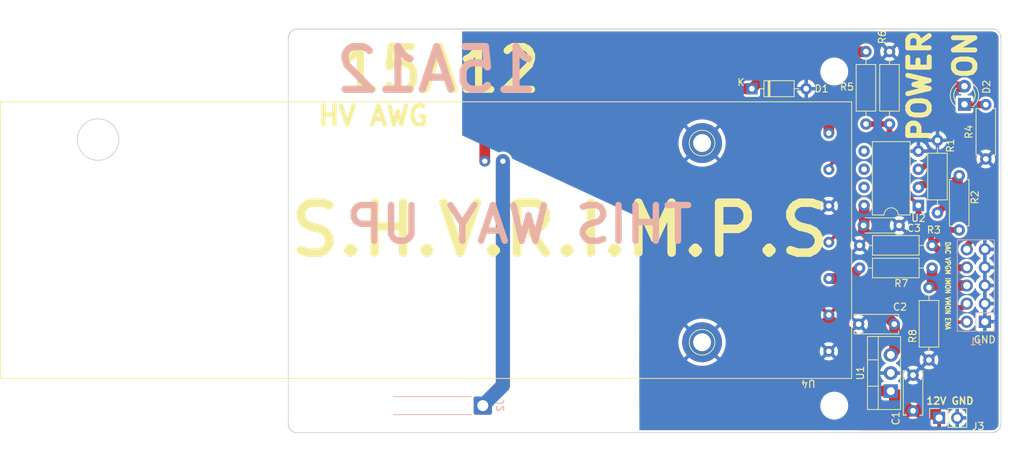
<source format=kicad_pcb>
(kicad_pcb (version 20211014) (generator pcbnew)
  (layers (0 "F.Cu" signal) (31 "B.Cu" signal) (34 "B.Paste" user) (35 "F.Paste" user) (36 "B.SilkS" user "B.Silkscreen") (37 "F.SilkS" user "F.Silkscreen") (38 "B.Mask" user) (39 "F.Mask" user) (44 "Edge.Cuts" user))
  (net 0 "")
  (net 1 "+12V")
  (net 2 "+5V")
  (net 3 "Net-(D2-Pad1)")
  (net 4 "Net-(D2-Pad2)")
  (net 5 "VPGM")
  (net 6 "Net-(R1-Pad1)")
  (net 7 "DAC_SIG")
  (net 8 "VMON")
  (net 9 "IMON")
  (net 11 "VMON_3V3")
  (net 12 "IMON_3V3")
  (net 15 "Net-(J2-Pad1)")
  (net 16 "ENABLE")
  (net 17 "SGND")
  (footprint "Resistor_THT:R_Axial_DIN0207_L6.3mm_D2.5mm_P10.16mm_Horizontal" (layer "F.Cu") (at 181.483 49.149 90)
    (fp_text reference "R1" (at 9.4234 1.8034 90) (layer "F.SilkS"))
    (fp_text value "10k")
    (fp_line (start 1.81 1.37) (end 8.35 1.37) (layer "F.SilkS") (width 0.12))
    (fp_line (start 8.35 -1.37) (end 1.81 -1.37) (layer "F.SilkS") (width 0.12))
    (fp_line (start 9.12 0) (end 8.35 0) (layer "F.SilkS") (width 0.12))
    (fp_line (start 1.04 0) (end 1.81 0) (layer "F.SilkS") (width 0.12))
    (fp_line (start 8.35 1.37) (end 8.35 -1.37) (layer "F.SilkS") (width 0.12))
    (fp_line (start 1.81 -1.37) (end 1.81 1.37) (layer "F.SilkS") (width 0.12))
    (pad "1" thru_hole circle (at 0 0 90) (size 1.6 1.6) (drill 0.8) (layers *.Cu *.Mask) (net 6 "Net-(R1-Pad1)"))
    (pad "2" thru_hole oval (at 10.16 0 90) (size 1.6 1.6) (drill 0.8) (layers *.Cu *.Mask) (net 17 "SGND"))
  )
  (footprint "MountingHole:MountingHole_3.2mm_M3" (layer "F.Cu") (at 167.005 76.2 180)
    (fp_text reference " " (at 0 -4.2 180) (layer "F.SilkS"))
    (fp_text value "MountingHole_3.2mm_M3")
    (pad "" np_thru_hole circle (at 0 0 180) (size 3.2 3.2) (drill 3.2) (layers *.Cu *.Mask))
  )
  (footprint "Diode_THT:D_DO-35_SOD27_P7.62mm_Horizontal" (layer "F.Cu") (at 155.448 31.75)
    (fp_text reference "D1" (at 9.779 0) (layer "F.SilkS"))
    (fp_text value "TZX3V6A-TR")
    (fp_text user "K" (at -1.524 -0.889) (layer "F.SilkS"))
    (fp_line (start 1.04 0) (end 1.69 0) (layer "F.SilkS") (width 0.12))
    (fp_line (start 2.41 -1.12) (end 2.41 1.12) (layer "F.SilkS") (width 0.12))
    (fp_line (start 2.53 -1.12) (end 2.53 1.12) (layer "F.SilkS") (width 0.12))
    (fp_line (start 5.93 -1.12) (end 1.69 -1.12) (layer "F.SilkS") (width 0.12))
    (fp_line (start 1.69 -1.12) (end 1.69 1.12) (layer "F.SilkS") (width 0.12))
    (fp_line (start 6.58 0) (end 5.93 0) (layer "F.SilkS") (width 0.12))
    (fp_line (start 1.69 1.12) (end 5.93 1.12) (layer "F.SilkS") (width 0.12))
    (fp_line (start 5.93 1.12) (end 5.93 -1.12) (layer "F.SilkS") (width 0.12))
    (fp_line (start 2.29 -1.12) (end 2.29 1.12) (layer "F.SilkS") (width 0.12))
    (pad "1" thru_hole rect (at 0 0) (size 1.6 1.6) (drill 0.8) (layers *.Cu *.Mask) (net 8 "VMON"))
    (pad "2" thru_hole oval (at 7.62 0) (size 1.6 1.6) (drill 0.8) (layers *.Cu *.Mask) (net 17 "SGND"))
  )
  (footprint "Capacitor_THT:C_Disc_D6.0mm_W2.5mm_P5.00mm" (layer "F.Cu") (at 178.054 76.922 90)
    (fp_text reference "C1" (at -1.056 -2.413 90) (layer "F.SilkS"))
    (fp_text value "0.1uF")
    (fp_line (start 5.62 -1.37) (end 5.62 -0.925) (layer "F.SilkS") (width 0.12))
    (fp_line (start -0.62 0.925) (end -0.62 1.37) (layer "F.SilkS") (width 0.12))
    (fp_line (start -0.62 -1.37) (end 5.62 -1.37) (layer "F.SilkS") (width 0.12))
    (fp_line (start 5.62 0.925) (end 5.62 1.37) (layer "F.SilkS") (width 0.12))
    (fp_line (start -0.62 -1.37) (end -0.62 -0.925) (layer "F.SilkS") (width 0.12))
    (fp_line (start -0.62 1.37) (end 5.62 1.37) (layer "F.SilkS") (width 0.12))
    (pad "1" thru_hole circle (at 0 0 90) (size 1.6 1.6) (drill 0.8) (layers *.Cu *.Mask) (net 1 "+12V"))
    (pad "2" thru_hole circle (at 5 0 90) (size 1.6 1.6) (drill 0.8) (layers *.Cu *.Mask) (net 17 "SGND"))
  )
  (footprint "Resistor_THT:R_Axial_DIN0207_L6.3mm_D2.5mm_P10.16mm_Horizontal" (layer "F.Cu") (at 180.721 56.896 180)
    (fp_text reference "R7" (at 4.318 -2.159) (layer "F.SilkS"))
    (fp_text value "2K")
    (fp_line (start 1.81 -1.37) (end 1.81 1.37) (layer "F.SilkS") (width 0.12))
    (fp_line (start 1.81 1.37) (end 8.35 1.37) (layer "F.SilkS") (width 0.12))
    (fp_line (start 1.04 0) (end 1.81 0) (layer "F.SilkS") (width 0.12))
    (fp_line (start 9.12 0) (end 8.35 0) (layer "F.SilkS") (width 0.12))
    (fp_line (start 8.35 -1.37) (end 1.81 -1.37) (layer "F.SilkS") (width 0.12))
    (fp_line (start 8.35 1.37) (end 8.35 -1.37) (layer "F.SilkS") (width 0.12))
    (pad "1" thru_hole circle (at 0 0 180) (size 1.6 1.6) (drill 0.8) (layers *.Cu *.Mask) (net 12 "IMON_3V3"))
    (pad "2" thru_hole oval (at 10.16 0 180) (size 1.6 1.6) (drill 0.8) (layers *.Cu *.Mask) (net 9 "IMON"))
  )
  (footprint "MountingHole:MountingHole_3.2mm_M3" (layer "F.Cu") (at 94 76.2 180)
    (fp_text reference " " (at 0 -4.2 180) (layer "F.SilkS"))
    (fp_text value "MountingHole_3.2mm_M3")
    (pad "" np_thru_hole circle (at 0 0 180) (size 3.2 3.2) (drill 3.2) (layers *.Cu *.Mask))
  )
  (footprint "Resistor_THT:R_Axial_DIN0207_L6.3mm_D2.5mm_P10.16mm_Horizontal" (layer "F.Cu") (at 171.45 36.703 90)
    (fp_text reference "R5" (at 5.207 -2.667 180) (layer "F.SilkS"))
    (fp_text value "2K")
    (fp_line (start 9.12 0) (end 8.35 0) (layer "F.SilkS") (width 0.12))
    (fp_line (start 1.04 0) (end 1.81 0) (layer "F.SilkS") (width 0.12))
    (fp_line (start 8.35 -1.37) (end 1.81 -1.37) (layer "F.SilkS") (width 0.12))
    (fp_line (start 1.81 1.37) (end 8.35 1.37) (layer "F.SilkS") (width 0.12))
    (fp_line (start 1.81 -1.37) (end 1.81 1.37) (layer "F.SilkS") (width 0.12))
    (fp_line (start 8.35 1.37) (end 8.35 -1.37) (layer "F.SilkS") (width 0.12))
    (pad "1" thru_hole circle (at 0 0 90) (size 1.6 1.6) (drill 0.8) (layers *.Cu *.Mask) (net 11 "VMON_3V3"))
    (pad "2" thru_hole oval (at 10.16 0 90) (size 1.6 1.6) (drill 0.8) (layers *.Cu *.Mask) (net 8 "VMON"))
  )
  (footprint "MountingHole:MountingHole_3.2mm_M3_DIN965_Pad" (layer "F.Cu") (at 148.463 67.31)
    (fp_text reference " " (at 0 -3.8) (layer "F.SilkS"))
    (fp_text value "MountingHole_3.2mm_M3_DIN965_Pad")
    (pad "1" thru_hole circle (at 0 0) (size 5.6 5.6) (drill 2.5) (layers *.Cu *.Mask) (net 17 "SGND"))
  )
  (footprint "MountingHole:MountingHole_3.2mm_M3" (layer "F.Cu") (at 167.005 29.337 180)
    (fp_text reference " " (at 0 -4.2 180) (layer "F.SilkS"))
    (fp_text value "MountingHole_3.2mm_M3")
    (pad "" np_thru_hole circle (at 0 0 180) (size 3.2 3.2) (drill 3.2) (layers *.Cu *.Mask))
  )
  (footprint "Resistor_THT:R_Axial_DIN0207_L6.3mm_D2.5mm_P7.62mm_Horizontal" (layer "F.Cu") (at 188.2648 41.6052 90)
    (fp_text reference "R4" (at 3.81 -2.37 90) (layer "F.SilkS"))
    (fp_text value "1K")
    (fp_line (start 0.54 1.37) (end 7.08 1.37) (layer "F.SilkS") (width 0.12))
    (fp_line (start 0.54 -1.04) (end 0.54 -1.37) (layer "F.SilkS") (width 0.12))
    (fp_line (start 7.08 -1.37) (end 7.08 -1.04) (layer "F.SilkS") (width 0.12))
    (fp_line (start 0.54 1.04) (end 0.54 1.37) (layer "F.SilkS") (width 0.12))
    (fp_line (start 0.54 -1.37) (end 7.08 -1.37) (layer "F.SilkS") (width 0.12))
    (fp_line (start 7.08 1.37) (end 7.08 1.04) (layer "F.SilkS") (width 0.12))
    (pad "1" thru_hole circle (at 0 0 90) (size 1.6 1.6) (drill 0.8) (layers *.Cu *.Mask) (net 17 "SGND"))
    (pad "2" thru_hole oval (at 7.62 0 90) (size 1.6 1.6) (drill 0.8) (layers *.Cu *.Mask) (net 3 "Net-(D2-Pad1)"))
  )
  (footprint "LED_THT:LED_D3.0mm_Clear" (layer "F.Cu") (at 185.2676 33.9394 90)
    (fp_text reference "D2" (at 2.4434 3.0988 90) (layer "F.SilkS"))
    (fp_text value "LED")
    (fp_line (start -0.29 1.08) (end -0.29 1.236) (layer "F.SilkS") (width 0.12))
    (fp_line (start -0.29 -1.236) (end -0.29 -1.08) (layer "F.SilkS") (width 0.12))
    (fp_arc (start 2.942335 1.078608) (mid 1.366487 1.987659) (end -0.29 1.235516) (layer "F.SilkS") (width 0.12))
    (fp_arc (start 2.31113 1.079837) (mid 1.270117 1.5) (end 0.229039 1.08) (layer "F.SilkS") (width 0.12))
    (fp_arc (start 0.229039 -1.08) (mid 1.270117 -1.5) (end 2.31113 -1.079837) (layer "F.SilkS") (width 0.12))
    (fp_arc (start -0.29 -1.235516) (mid 1.366487 -1.987659) (end 2.942335 -1.078608) (layer "F.SilkS") (width 0.12))
    (pad "1" thru_hole rect (at 0 0 90) (size 1.8 1.8) (drill 0.9) (layers *.Cu *.Mask) (net 3 "Net-(D2-Pad1)"))
    (pad "2" thru_hole circle (at 2.54 0 90) (size 1.8 1.8) (drill 0.9) (layers *.Cu *.Mask) (net 4 "Net-(D2-Pad2)"))
  )
  (footprint "" (layer "F.Cu") (at 148.463 39.37)
    (fp_text reference " " (at -1.905 4.572) (layer "F.SilkS") (effects (font (size 1.27 1.27))))
    (fp_text value "" (at 0 0) (layer "F.SilkS") (effects (font (size 1.27 1.27))))
    (pad "1" thru_hole circle (at 0 0) (size 5.6 5.6) (drill 2.5) (layers *.Cu *.Mask) (net 17 "SGND"))
  )
  (footprint "Library:Advanced Energy 15A12P4" (layer "F.Cu") (at 166.243 68.58 180)
    (fp_text reference "U4" (at 2.8702 -4.5212 180 unlocked) (layer "F.SilkS"))
    (fp_text value "15A12")
    (fp_rect (start -3.2 34.996) (end 116.2 -3.804) (layer "F.SilkS") (width 0.12) (fill none))
    (fp_circle (center 17.78 29.21) (end 19.576051 29.21) (layer "F.SilkS") (width 0.12) (fill none))
    (fp_circle (center 17.78 1.27) (end 19.576051 1.27) (layer "F.SilkS") (width 0.12) (fill none))
    (fp_circle (center 102.5 29.7) (end 105.41 29.7) (layer "Edge.Cuts") (width 0.12) (fill none))
    (pad "1" thru_hole circle (at 0 -0.004 180) (size 1.524 1.524) (drill 0.762) (layers *.Cu *.Mask) (net 17 "SGND"))
    (pad "2" thru_hole circle (at 0 5.1 180) (size 1.524 1.524) (drill 0.762) (layers *.Cu *.Mask) (net 1 "+12V"))
    (pad "2-1" thru_hole circle (at 45.72 26.67 270) (size 1.524 1.524) (drill 0.762) (layers *.Cu *.Mask) (net 15 "Net-(J2-Pad1)"))
    (pad "2-2" thru_hole circle (at 48.26 26.67 180) (size 1.524 1.524) (drill 0.762) (layers *.Cu *.Mask) (net 8 "VMON"))
    (pad "3" thru_hole circle (at 0 10.2 180) (size 1.524 1.524) (drill 0.762) (layers *.Cu *.Mask) (net 9 "IMON"))
    (pad "4" thru_hole circle (at 0 15.3 180) (size 1.524 1.524) (drill 0.762) (layers *.Cu *.Mask) (net 16 "ENABLE"))
    (pad "5" thru_hole circle (at 0 20.4 180) (size 1.524 1.524) (drill 0.762) (layers *.Cu *.Mask) (net 17 "SGND"))
    (pad "6" thru_hole circle (at 0 25.5 180) (size 1.524 1.524) (drill 0.762) (layers *.Cu *.Mask) (net 5 "VPGM"))
    (pad "7" thru_hole circle (at 0 30.6 180) (size 1.524 1.524) (drill 0.762) (layers *.Cu *.Mask) (net 4 "Net-(D2-Pad2)"))
  )
  (footprint "Package_TO_SOT_THT:TO-220-3_Vertical" (layer "F.Cu") (at 174.935 74.168 90)
    (fp_text reference "U1" (at 2.54 -4.27 90) (layer "F.SilkS"))
    (fp_text value "LM7805_TO220")
    (fp_line (start -2.58 -3.27) (end 7.66 -3.27) (layer "F.SilkS") (width 0.12))
    (fp_line (start -2.58 -1.76) (end 7.66 -1.76) (layer "F.SilkS") (width 0.12))
    (fp_line (start 0.69 -3.27) (end 0.69 -1.76) (layer "F.SilkS") (width 0.12))
    (fp_line (start 4.391 -3.27) (end 4.391 -1.76) (layer "F.SilkS") (width 0.12))
    (fp_line (start -2.58 -3.27) (end -2.58 1.371) (layer "F.SilkS") (width 0.12))
    (fp_line (start 7.66 -3.27) (end 7.66 1.371) (layer "F.SilkS") (width 0.12))
    (fp_line (start -2.58 1.371) (end 7.66 1.371) (layer "F.SilkS") (width 0.12))
    (pad "1" thru_hole rect (at 0 0 90) (size 1.905 2) (drill 1.1) (layers *.Cu *.Mask) (net 1 "+12V"))
    (pad "2" thru_hole oval (at 2.54 0 90) (size 1.905 2) (drill 1.1) (layers *.Cu *.Mask) (net 17 "SGND"))
    (pad "3" thru_hole oval (at 5.08 0 90) (size 1.905 2) (drill 1.1) (layers *.Cu *.Mask) (net 2 "+5V"))
  )
  (footprint "Capacitor_THT:C_Disc_D6.0mm_W2.5mm_P5.00mm" (layer "F.Cu") (at 175.4232 64.77 180)
    (fp_text reference "C2" (at -0.802 2.413) (layer "F.SilkS"))
    (fp_text value "0.1uF")
    (fp_line (start -0.62 -1.37) (end 5.62 -1.37) (layer "F.SilkS") (width 0.12))
    (fp_line (start 5.62 -1.37) (end 5.62 -0.925) (layer "F.SilkS") (width 0.12))
    (fp_line (start -0.62 1.37) (end 5.62 1.37) (layer "F.SilkS") (width 0.12))
    (fp_line (start -0.62 0.925) (end -0.62 1.37) (layer "F.SilkS") (width 0.12))
    (fp_line (start -0.62 -1.37) (end -0.62 -0.925) (layer "F.SilkS") (width 0.12))
    (fp_line (start 5.62 0.925) (end 5.62 1.37) (layer "F.SilkS") (width 0.12))
    (pad "1" thru_hole circle (at 0 0 180) (size 1.6 1.6) (drill 0.8) (layers *.Cu *.Mask) (net 2 "+5V"))
    (pad "2" thru_hole circle (at 5 0 180) (size 1.6 1.6) (drill 0.8) (layers *.Cu *.Mask) (net 17 "SGND"))
  )
  (footprint "Capacitor_THT:C_Disc_D4.3mm_W1.9mm_P5.00mm" (layer "F.Cu") (at 171.109 50.927)
    (fp_text reference "C3" (at 7.072 0.381) (layer "F.SilkS"))
    (fp_text value "0.1uF")
    (fp_line (start 4.77 -1.07) (end 4.77 -1.055) (layer "F.SilkS") (width 0.12))
    (fp_line (start 4.77 1.055) (end 4.77 1.07) (layer "F.SilkS") (width 0.12))
    (fp_line (start 0.23 -1.07) (end 4.77 -1.07) (layer "F.SilkS") (width 0.12))
    (fp_line (start 0.23 1.07) (end 4.77 1.07) (layer "F.SilkS") (width 0.12))
    (fp_line (start 0.23 1.055) (end 0.23 1.07) (layer "F.SilkS") (width 0.12))
    (fp_line (start 0.23 -1.07) (end 0.23 -1.055) (layer "F.SilkS") (width 0.12))
    (pad "1" thru_hole circle (at 0 0) (size 1.6 1.6) (drill 0.8) (layers *.Cu *.Mask) (net 2 "+5V"))
    (pad "2" thru_hole circle (at 5 0) (size 1.6 1.6) (drill 0.8) (layers *.Cu *.Mask) (net 17 "SGND"))
  )
  (footprint "Resistor_THT:R_Axial_DIN0207_L6.3mm_D2.5mm_P10.16mm_Horizontal" (layer "F.Cu") (at 174.752 26.543 -90)
    (fp_text reference "R6" (at -2.032 1.016 90) (layer "F.SilkS"))
    (fp_text value "1.1K")
    (fp_line (start 8.35 -1.37) (end 1.81 -1.37) (layer "F.SilkS") (width 0.12))
    (fp_line (start 8.35 1.37) (end 8.35 -1.37) (layer "F.SilkS") (width 0.12))
    (fp_line (start 1.81 -1.37) (end 1.81 1.37) (layer "F.SilkS") (width 0.12))
    (fp_line (start 1.81 1.37) (end 8.35 1.37) (layer "F.SilkS") (width 0.12))
    (fp_line (start 9.12 0) (end 8.35 0) (layer "F.SilkS") (width 0.12))
    (fp_line (start 1.04 0) (end 1.81 0) (layer "F.SilkS") (width 0.12))
    (pad "1" thru_hole circle (at 0 0 270) (size 1.6 1.6) (drill 0.8) (layers *.Cu *.Mask) (net 17 "SGND"))
    (pad "2" thru_hole oval (at 10.16 0 270) (size 1.6 1.6) (drill 0.8) (layers *.Cu *.Mask) (net 11 "VMON_3V3"))
  )
  (footprint "Resistor_THT:R_Axial_DIN0207_L6.3mm_D2.5mm_P10.16mm_Horizontal" (layer "F.Cu") (at 180.2892 69.7992 90)
    (fp_text reference "R8" (at 3.3528 -2.286 90) (layer "F.SilkS"))
    (fp_text value "1.1K")
    (fp_line (start 1.81 -1.37) (end 1.81 1.37) (layer "F.SilkS") (width 0.12))
    (fp_line (start 8.35 -1.37) (end 1.81 -1.37) (layer "F.SilkS") (width 0.12))
    (fp_line (start 1.04 0) (end 1.81 0) (layer "F.SilkS") (width 0.12))
    (fp_line (start 1.81 1.37) (end 8.35 1.37) (layer "F.SilkS") (width 0.12))
    (fp_line (start 8.35 1.37) (end 8.35 -1.37) (layer "F.SilkS") (width 0.12))
    (fp_line (start 9.12 0) (end 8.35 0) (layer "F.SilkS") (width 0.12))
    (pad "1" thru_hole circle (at 0 0 90) (size 1.6 1.6) (drill 0.8) (layers *.Cu *.Mask) (net 17 "SGND"))
    (pad "2" thru_hole oval (at 10.16 0 90) (size 1.6 1.6) (drill 0.8) (layers *.Cu *.Mask) (net 12 "IMON_3V3"))
  )
  (footprint "Resistor_THT:R_Axial_DIN0207_L6.3mm_D2.5mm_P10.16mm_Horizontal" (layer "F.Cu") (at 170.561 53.721)
    (fp_text reference "R3" (at 10.414 -2.159) (layer "F.SilkS"))
    (fp_text value "10k")
    (fp_line (start 1.81 1.37) (end 8.35 1.37) (layer "F.SilkS") (width 0.12))
    (fp_line (start 9.12 0) (end 8.35 0) (layer "F.SilkS") (width 0.12))
    (fp_line (start 1.81 -1.37) (end 1.81 1.37) (layer "F.SilkS") (width 0.12))
    (fp_line (start 8.35 -1.37) (end 1.81 -1.37) (layer "F.SilkS") (width 0.12))
    (fp_line (start 1.04 0) (end 1.81 0) (layer "F.SilkS") (width 0.12))
    (fp_line (start 8.35 1.37) (end 8.35 -1.37) (layer "F.SilkS") (width 0.12))
    (pad "1" thru_hole circle (at 0 0) (size 1.6 1.6) (drill 0.8) (layers *.Cu *.Mask) (net 17 "SGND"))
    (pad "2" thru_hole oval (at 10.16 0) (size 1.6 1.6) (drill 0.8) (layers *.Cu *.Mask) (net 5 "VPGM"))
  )
  (footprint "Connector_PinSocket_2.54mm:PinSocket_1x02_P2.54mm_Vertical" (layer "F.Cu") (at 181.7116 77.9272 90)
    (fp_text reference "J3" (at -1.1684 5.4864 180) (layer "F.SilkS"))
    (fp_text value "Conn_01x02_Male")
    (fp_line (start 0 -1.33) (end 1.33 -1.33) (layer "F.SilkS") (width 0.12))
    (fp_line (start -1.33 1.27) (end -1.33 3.87) (layer "F.SilkS") (width 0.12))
    (fp_line (start 1.33 1.27) (end 1.33 3.87) (layer "F.SilkS") (width 0.12))
    (fp_line (start 1.33 -1.33) (end 1.33 0) (layer "F.SilkS") (width 0.12))
    (fp_line (start -1.33 3.87) (end 1.33 3.87) (layer "F.SilkS") (width 0.12))
    (fp_line (start -1.33 1.27) (end 1.33 1.27) (layer "F.SilkS") (width 0.12))
    (pad "1" thru_hole rect (at 0 0 90) (size 1.7 1.7) (drill 1) (layers *.Cu *.Mask) (net 1 "+12V"))
    (pad "2" thru_hole oval (at 0 2.54 90) (size 1.7 1.7) (drill 1) (layers *.Cu *.Mask) (net 17 "SGND"))
  )
  (footprint "MountingHole:MountingHole_3.2mm_M3" (layer "F.Cu") (at 94 29.337 180)
    (fp_text reference " " (at 0 -4.2 180) (layer "F.SilkS"))
    (fp_text value "MountingHole_3.2mm_M3")
    (pad "" np_thru_hole circle (at 0 0 180) (size 3.2 3.2) (drill 3.2) (layers *.Cu *.Mask))
  )
  (footprint "Resistor_THT:R_Axial_DIN0207_L6.3mm_D2.5mm_P7.62mm_Horizontal" (layer "F.Cu") (at 184.531 43.942 -90)
    (fp_text reference "R2" (at 3.048 -2.2098 -90) (layer "F.SilkS"))
    (fp_text value "4.7k")
    (fp_line (start 0.54 1.37) (end 7.08 1.37) (layer "F.SilkS") (width 0.12))
    (fp_line (start 0.54 1.04) (end 0.54 1.37) (layer "F.SilkS") (width 0.12))
    (fp_line (start 0.54 -1.04) (end 0.54 -1.37) (layer "F.SilkS") (width 0.12))
    (fp_line (start 7.08 -1.37) (end 7.08 -1.04) (layer "F.SilkS") (width 0.12))
    (fp_line (start 0.54 -1.37) (end 7.08 -1.37) (layer "F.SilkS") (width 0.12))
    (fp_line (start 7.08 1.37) (end 7.08 1.04) (layer "F.SilkS") (width 0.12))
    (pad "1" thru_hole circle (at 0 0 270) (size 1.6 1.6) (drill 0.8) (layers *.Cu *.Mask) (net 6 "Net-(R1-Pad1)"))
    (pad "2" thru_hole oval (at 7.62 0 270) (size 1.6 1.6) (drill 0.8) (layers *.Cu *.Mask) (net 5 "VPGM"))
  )
  (footprint "Package_DIP:DIP-8_W7.62mm" (layer "F.Cu") (at 178.806 48.123 180)
    (fp_text reference "U2" (at -0.01 -1.788) (layer "F.SilkS"))
    (fp_text value "NE5532")
    (fp_line (start 1.16 8.95) (end 6.46 8.95) (layer "F.SilkS") (width 0.12))
    (fp_line (start 6.46 8.95) (end 6.46 -1.33) (layer "F.SilkS") (width 0.12))
    (fp_line (start 6.46 -1.33) (end 4.81 -1.33) (layer "F.SilkS") (width 0.12))
    (fp_line (start 2.81 -1.33) (end 1.16 -1.33) (layer "F.SilkS") (width 0.12))
    (fp_line (start 1.16 -1.33) (end 1.16 8.95) (layer "F.SilkS") (width 0.12))
    (fp_arc (start 4.81 -1.33) (mid 3.81 -0.33) (end 2.81 -1.33) (layer "F.SilkS") (width 0.12))
    (pad "1" thru_hole rect (at 0 0 180) (size 1.6 1.6) (drill 0.8) (layers *.Cu *.Mask) (net 5 "VPGM"))
    (pad "2" thru_hole oval (at 0 2.54 180) (size 1.6 1.6) (drill 0.8) (layers *.Cu *.Mask) (net 6 "Net-(R1-Pad1)"))
    (pad "3" thru_hole oval (at 0 5.08 180) (size 1.6 1.6) (drill 0.8) (layers *.Cu *.Mask) (net 7 "DAC_SIG"))
    (pad "4" thru_hole oval (at 0 7.62 180) (size 1.6 1.6) (drill 0.8) (layers *.Cu *.Mask) (net 17 "SGND"))
    (pad "5" thru_hole oval (at 7.62 7.62 180) (size 1.6 1.6) (drill 0.8) (layers *.Cu *.Mask))
    (pad "6" thru_hole oval (at 7.62 5.08 180) (size 1.6 1.6) (drill 0.8) (layers *.Cu *.Mask))
    (pad "7" thru_hole oval (at 7.62 2.54 180) (size 1.6 1.6) (drill 0.8) (layers *.Cu *.Mask))
    (pad "8" thru_hole oval (at 7.62 0 180) (size 1.6 1.6) (drill 0.8) (layers *.Cu *.Mask) (net 2 "+5V"))
  )
  (footprint "Connector_Wire:SolderWire-0.75sqmm_1x01_D1.25mm_OD2.3mm_Relief" (layer "B.Cu") (at 117.704 76.2 90)
    (fp_text reference "J2" (at 0 2.47 90) (layer "B.SilkS") (effects (justify mirror)))
    (fp_text value "Conn_01x01_Male")
    (fp_line (start 1.26 -1.535) (end 1.26 -12.54) (layer "B.SilkS") (width 0.12))
    (fp_line (start -1.26 -1.535) (end -1.26 -12.54) (layer "B.SilkS") (width 0.12))
    (pad "" np_thru_hole circle (at 0 -13.8 90) (size 2.8 2.8) (drill 2.8) (layers *.Cu *.Mask))
    (pad "1" thru_hole roundrect (at 0 0 90) (size 2.55 2.55) (drill 1.55) (layers *.Cu *.Mask) (roundrect_rratio 0.09803882353) (net 15 "Net-(J2-Pad1)"))
  )
  (footprint "Connector_PinSocket_2.54mm:PinSocket_2x05_P2.54mm_Vertical" (layer "B.Cu") (at 188.1324 64.4352)
    (fp_text reference "J1" (at -1.27 2.77) (layer "B.SilkS") (effects (justify mirror)))
    (fp_text value "Conn_01x07_Male")
    (fp_line (start -1.27 -1.27) (end 1.33 -1.27) (layer "B.SilkS") (width 0.12))
    (fp_line (start 1.33 1.33) (end 1.33 0) (layer "B.SilkS") (width 0.12))
    (fp_line (start -3.87 -11.49) (end 1.33 -11.49) (layer "B.SilkS") (width 0.12))
    (fp_line (start -3.87 1.33) (end -1.27 1.33) (layer "B.SilkS") (width 0.12))
    (fp_line (start -3.87 1.33) (end -3.87 -11.49) (layer "B.SilkS") (width 0.12))
    (fp_line (start 0 1.33) (end 1.33 1.33) (layer "B.SilkS") (width 0.12))
    (fp_line (start -1.27 1.33) (end -1.27 -1.27) (layer "B.SilkS") (width 0.12))
    (fp_line (start 1.33 -1.27) (end 1.33 -11.49) (layer "B.SilkS") (width 0.12))
    (pad "1" thru_hole rect (at 0 0) (size 1.7 1.7) (drill 1) (layers *.Cu *.Mask) (net 17 "SGND"))
    (pad "2" thru_hole oval (at -2.54 0) (size 1.7 1.7) (drill 1) (layers *.Cu *.Mask) (net 16 "ENABLE"))
    (pad "3" thru_hole oval (at 0 -2.54) (size 1.7 1.7) (drill 1) (layers *.Cu *.Mask) (net 17 "SGND"))
    (pad "4" thru_hole oval (at -2.54 -2.54) (size 1.7 1.7) (drill 1) (layers *.Cu *.Mask) (net 11 "VMON_3V3"))
    (pad "5" thru_hole oval (at 0 -5.08) (size 1.7 1.7) (drill 1) (layers *.Cu *.Mask) (net 17 "SGND"))
    (pad "6" thru_hole oval (at -2.54 -5.08) (size 1.7 1.7) (drill 1) (layers *.Cu *.Mask) (net 12 "IMON_3V3"))
    (pad "7" thru_hole oval (at 0 -7.62) (size 1.7 1.7) (drill 1) (layers *.Cu *.Mask) (net 17 "SGND"))
    (pad "8" thru_hole oval (at -2.54 -7.62) (size 1.7 1.7) (drill 1) (layers *.Cu *.Mask) (net 5 "VPGM"))
    (pad "9" thru_hole oval (at 0 -10.16) (size 1.7 1.7) (drill 1) (layers *.Cu *.Mask) (net 17 "SGND"))
    (pad "10" thru_hole oval (at -2.54 -10.16) (size 1.7 1.7) (drill 1) (layers *.Cu *.Mask) (net 7 "DAC_SIG"))
  )
  (gr_line (start 90.424 24.638) (end 90.424 78.73) (layer "Edge.Cuts") (width 0.1))
  (gr_arc (start 91.562 80) (mid 90.729974 79.600688) (end 90.424 78.73) (layer "Edge.Cuts") (width 0.15))
  (gr_line (start 189.120974 23.368) (end 91.689 23.368) (layer "Edge.Cuts") (width 0.15))
  (gr_arc (start 190.4 78.730968) (mid 190.031165 79.625463) (end 189.139032 80) (layer "Edge.Cuts") (width 0.15))
  (gr_arc (start 189.120974 23.368) (mid 190.022193 23.739425) (end 190.4 24.638) (layer "Edge.Cuts") (width 0.15))
  (gr_line (start 91.562 80) (end 189.139032 80) (layer "Edge.Cuts") (width 0.1))
  (gr_line (start 190.4 78.730968) (end 190.4 24.638) (layer "Edge.Cuts") (width 0.1))
  (gr_arc (start 90.424 24.638) (mid 90.794208 23.741744) (end 91.689 23.368) (layer "Edge.Cuts") (width 0.15))
  (gr_text "15A12" (at 125.8824 29.1084) (layer "B.SilkS") (effects (font (size 6 6) (thickness 1)) (justify left mirror)))
  (gr_text "THIS WAY UP" (at 147.574 50.8) (layer "B.SilkS") (effects (font (size 5 5) (thickness 0.9)) (justify left mirror)))
  (gr_text "HV AWG" (at 102.362 35.56) (layer "F.SilkS") (effects (font (size 2.7 2.7) (thickness 0.6))))
  (gr_text "S.H.V.R.I.M.P.S" (at 128.524 51.562) (layer "F.SilkS") (effects (font (size 7 7) (thickness 1.2))))
  (gr_text "DAC VPGM IMON VMON ENA" (at 182.9308 59.3852 -90) (layer "F.SilkS") (effects (font (size 0.7 0.6))))
  (gr_text "GND" (at 188.1124 66.9544) (layer "F.SilkS") (effects (font (size 1 1))))
  (gr_text "POWER" (at 178.9684 23.2664 90) (layer "F.SilkS") (effects (font (size 3 3) (thickness 0.7)) (justify right)))
  (gr_text "ON" (at 185.3692 23.4188 90) (layer "F.SilkS") (effects (font (size 3 3) (thickness 0.7)) (justify right)))
  (gr_text "15A12" (at 97.028 29.1084) (layer "F.SilkS") (effects (font (size 6 6) (thickness 1)) (justify left)))
  (gr_text "12V GND" (at 183.2356 75.5396) (layer "F.SilkS") (effects (font (size 1 1) (thickness 0.2))))
  (segment (start 166.243 63.48) (end 166.243 64.008) (width 1.5) (layer "F.Cu") (net 1))
  (segment (start 166.243 64.008) (end 171.577 69.342) (width 1.5) (layer "F.Cu") (net 1))
  (segment (start 174.935 74.168) (end 177.754511 76.987511) (width 1.5) (layer "F.Cu") (net 1))
  (segment (start 177.754511 76.987511) (end 180.771911 76.987511) (width 1.5) (layer "F.Cu") (net 1))
  (segment (start 171.577 69.342) (end 171.577 74.168) (width 1.5) (layer "F.Cu") (net 1))
  (segment (start 180.771911 76.987511) (end 181.7116 77.9272) (width 1.5) (layer "F.Cu") (net 1))
  (segment (start 171.577 74.168) (end 174.935 74.168) (width 1.5) (layer "F.Cu") (net 1))
  (segment (start 171.196 50.84) (end 171.109 50.927) (width 1.5) (layer "F.Cu") (net 2))
  (segment (start 175.4632 64.77) (end 175.4632 68.5598) (width 1.5) (layer "F.Cu") (net 2))
  (segment (start 171.109 50.927) (end 171.109 51.6782) (width 1.5) (layer "F.Cu") (net 2))
  (segment (start 173.101 62.4078) (end 175.4632 64.77) (width 1.5) (layer "F.Cu") (net 2))
  (segment (start 171.109 51.6782) (end 173.101 53.6702) (width 1.5) (layer "F.Cu") (net 2))
  (segment (start 173.101 53.6702) (end 173.101 62.4078) (width 1.5) (layer "F.Cu") (net 2))
  (segment (start 175.4632 68.5598) (end 174.935 69.088) (width 1.5) (layer "F.Cu") (net 2))
  (segment (start 171.196 48.133) (end 171.196 50.84) (width 1.5) (layer "F.Cu") (net 2))
  (segment (start 171.186 48.123) (end 171.196 48.133) (width 1.5) (layer "F.Cu") (net 2))
  (segment (start 185.2676 33.9394) (end 185.3134 33.9852) (width 1) (layer "F.Cu") (net 3))
  (segment (start 185.3134 33.9852) (end 188.2648 33.9852) (width 1) (layer "F.Cu") (net 3))
  (segment (start 169.5704 31.496) (end 166.243 34.8234) (width 1.5) (layer "F.Cu") (net 4))
  (segment (start 185.171 31.496) (end 169.5704 31.496) (width 1.5) (layer "F.Cu") (net 4))
  (segment (start 185.2676 31.3994) (end 185.171 31.496) (width 1.5) (layer "F.Cu") (net 4))
  (segment (start 166.243 34.8234) (end 166.243 37.98) (width 1.5) (layer "F.Cu") (net 4))
  (segment (start 168.0972 37.6428) (end 168.0972 40.8178) (width 0.5) (layer "F.Cu") (net 5))
  (segment (start 180.9496 53.7464) (end 184.0692 56.866) (width 1) (layer "F.Cu") (net 5))
  (segment (start 184.0692 56.866) (end 185.3892 56.866) (width 1) (layer "F.Cu") (net 5))
  (segment (start 180.721 53.721) (end 182.88 51.562) (width 0.8) (layer "F.Cu") (net 5))
  (segment (start 180.594 53.721) (end 180.721 53.721) (width 0.8) (layer "F.Cu") (net 5))
  (segment (start 168.0972 40.8178) (end 166.243 42.672) (width 0.5) (layer "F.Cu") (net 5))
  (segment (start 171.196 34.544) (end 168.0972 37.6428) (width 0.5) (layer "F.Cu") (net 5))
  (segment (start 177.1904 36.9824) (end 174.752 34.544) (width 0.5) (layer "F.Cu") (net 5))
  (segment (start 180.7218 53.7464) (end 180.9496 53.7464) (width 1) (layer "F.Cu") (net 5))
  (segment (start 177.1904 46.5074) (end 177.1904 36.9824) (width 0.5) (layer "F.Cu") (net 5))
  (segment (start 178.816 49.276) (end 178.816 48.133) (width 0.8) (layer "F.Cu") (net 5))
  (segment (start 178.816 48.133) (end 177.1904 46.5074) (width 0.5) (layer "F.Cu") (net 5))
  (segment (start 180.594 53.721) (end 180.594 51.054) (width 0.8) (layer "F.Cu") (net 5))
  (segment (start 180.594 51.054) (end 178.816 49.276) (width 0.8) (layer "F.Cu") (net 5))
  (segment (start 174.752 34.544) (end 171.196 34.544) (width 0.5) (layer "F.Cu") (net 5))
  (segment (start 182.88 51.562) (end 184.531 51.562) (width 0.8) (layer "F.Cu") (net 5))
  (segment (start 183.271 45.202) (end 179.187 45.202) (width 1) (layer "F.Cu") (net 6))
  (segment (start 179.187 45.202) (end 178.806 45.583) (width 1) (layer "F.Cu") (net 6))
  (segment (start 184.531 46.101) (end 184.531 43.942) (width 1) (layer "F.Cu") (net 6))
  (segment (start 184.531 43.942) (end 183.271 45.202) (width 1) (layer "F.Cu") (net 6))
  (segment (start 181.483 49.149) (end 184.531 46.101) (width 1) (layer "F.Cu") (net 6))
  (segment (start 187.0964 52.2224) (end 187.0964 43.2054) (width 0.8) (layer "F.Cu") (net 7))
  (segment (start 185.5924 53.7264) (end 187.0964 52.2224) (width 0.8) (layer "F.Cu") (net 7))
  (segment (start 185.5924 54.2752) (end 185.5924 53.7264) (width 0.8) (layer "F.Cu") (net 7))
  (segment (start 180.1876 42.0624) (end 179.207 43.043) (width 0.8) (layer "F.Cu") (net 7))
  (segment (start 187.0964 43.2054) (end 185.9534 42.0624) (width 0.8) (layer "F.Cu") (net 7))
  (segment (start 185.9534 42.0624) (end 180.1876 42.0624) (width 0.8) (layer "F.Cu") (net 7))
  (segment (start 171.4246 26.5684) (end 160.6296 26.5684) (width 1.5) (layer "F.Cu") (net 8))
  (segment (start 160.6296 26.5684) (end 155.448 31.75) (width 1.5) (layer "F.Cu") (net 8))
  (segment (start 117.983 34.417) (end 120.65 31.75) (width 1.5) (layer "F.Cu") (net 8))
  (segment (start 120.65 31.75) (end 155.448 31.75) (width 1.5) (layer "F.Cu") (net 8))
  (segment (start 171.45 26.543) (end 171.4754 26.5684) (width 1) (layer "F.Cu") (net 8))
  (segment (start 171.45 26.543) (end 171.4246 26.5684) (width 1.5) (layer "F.Cu") (net 8))
  (segment (start 117.983 41.91) (end 117.983 34.417) (width 1.5) (layer "F.Cu") (net 8))
  (segment (start 170.561 56.896) (end 169.077 58.38) (width 1.5) (layer "F.Cu") (net 9))
  (segment (start 169.077 58.38) (end 166.243 58.38) (width 1.5) (layer "F.Cu") (net 9))
  (segment (start 185.3892 61.946) (end 185.5416 61.946) (width 0.8) (layer "F.Cu") (net 11))
  (segment (start 178.308 50.546) (end 178.308 60.4012) (width 0.8) (layer "F.Cu") (net 11))
  (segment (start 178.308 60.4012) (end 180.3908 62.484) (width 0.8) (layer "F.Cu") (net 11))
  (segment (start 184.8512 62.484) (end 185.3892 61.946) (width 0.8) (layer "F.Cu") (net 11))
  (segment (start 171.45 36.703) (end 174.752 36.703) (width 0.8) (layer "F.Cu") (net 11))
  (segment (start 174.752 46.99) (end 178.308 50.546) (width 0.8) (layer "F.Cu") (net 11))
  (segment (start 180.3908 62.484) (end 184.8512 62.484) (width 0.8) (layer "F.Cu") (net 11))
  (segment (start 174.752 36.703) (end 174.752 46.99) (width 0.8) (layer "F.Cu") (net 11))
  (segment (start 180.721 59.2074) (end 180.5732 59.3552) (width 1.5) (layer "F.Cu") (net 12))
  (segment (start 180.5732 59.3552) (end 185.5416 59.3552) (width 1.5) (layer "F.Cu") (net 12))
  (segment (start 180.721 56.896) (end 180.721 59.2074) (width 1.5) (layer "F.Cu") (net 12))
  (segment (start 117.704 76.2) (end 120.523 73.381) (width 2) (layer "B.Cu") (net 15))
  (segment (start 120.523 73.381) (end 120.523 41.91) (width 2) (layer "B.Cu") (net 15))
  (segment (start 172.1104 38.7604) (end 170.3324 38.7604) (width 0.5) (layer "F.Cu") (net 16))
  (segment (start 173.228 39.878) (end 172.1104 38.7604) (width 0.5) (layer "F.Cu") (net 16))
  (segment (start 175.768 52.6796) (end 173.228 50.1396) (width 0.5) (layer "F.Cu") (net 16))
  (segment (start 185.5416 64.486) (end 179.167 64.486) (width 0.5) (layer "F.Cu") (net 16))
  (segment (start 169.291 50.232) (end 166.243 53.28) (width 0.5) (layer "F.Cu") (net 16))
  (segment (start 179.167 64.486) (end 175.768 61.087) (width 0.5) (layer "F.Cu") (net 16))
  (segment (start 175.768 61.087) (end 175.768 52.6796) (width 0.5) (layer "F.Cu") (net 16))
  (segment (start 170.3324 38.7604) (end 169.291 39.8018) (width 0.5) (layer "F.Cu") (net 16))
  (segment (start 169.291 39.8018) (end 169.291 50.232) (width 0.5) (layer "F.Cu") (net 16))
  (segment (start 173.228 50.1396) (end 173.228 39.878) (width 0.5) (layer "F.Cu") (net 16))
  (zone (net 1) (net_name "+12V") (layer "F.Cu") (name "EARTH") (connect_pads thru_hole_only (clearance 0.35)) (min_thickness 0.127) (fill yes (thermal_gap 0.508) (thermal_bridge_width 0.508) (smoothing fillet) (radius 1))
    (polygon (pts (xy 167.894 63.754) (xy 173.101 68.961) (xy 173.101 73.279) (xy 176.53 73.279) (xy 178.562 73.279) (xy 181.61 73.279) (xy 182.0164 73.279) (xy 182.0164 80.518) (xy 170.18 80.518) (xy 170.18 70.104) (xy 164.592 64.516) (xy 164.592 61.976) (xy 167.894 61.976)))
  )
  (zone (net 17) (net_name "SGND") (layer "B.Cu") (name "EARTH") (connect_pads thru_hole_only (clearance 0.35)) (min_thickness 0.127) (fill yes (thermal_gap 0.508) (thermal_bridge_width 0.508))
    (polygon (pts (xy 139.68563 81.99242) (xy 139.642782 70.828749) (xy 139.7 49.8348) (xy 114.808 38.3032) (xy 114.808 19.304) (xy 139.446 19.558) (xy 190.722977 19.682728) (xy 190.744824 82.127366)))
  )
)
</source>
